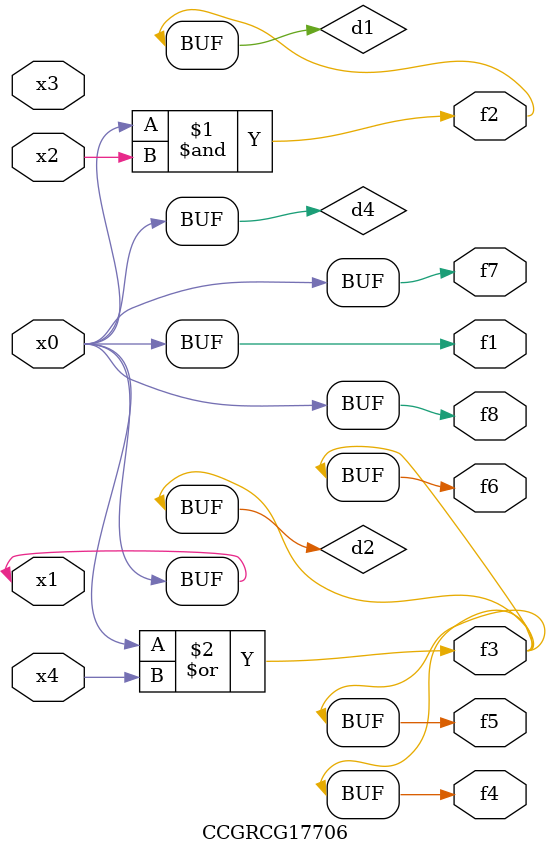
<source format=v>
module CCGRCG17706(
	input x0, x1, x2, x3, x4,
	output f1, f2, f3, f4, f5, f6, f7, f8
);

	wire d1, d2, d3, d4;

	and (d1, x0, x2);
	or (d2, x0, x4);
	nand (d3, x0, x2);
	buf (d4, x0, x1);
	assign f1 = d4;
	assign f2 = d1;
	assign f3 = d2;
	assign f4 = d2;
	assign f5 = d2;
	assign f6 = d2;
	assign f7 = d4;
	assign f8 = d4;
endmodule

</source>
